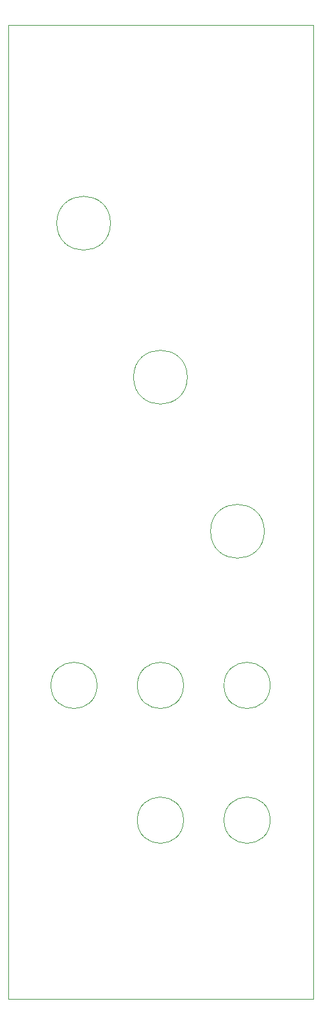
<source format=gm1>
G04 #@! TF.GenerationSoftware,KiCad,Pcbnew,6.0.0-d3dd2cf0fa~116~ubuntu20.04.1*
G04 #@! TF.CreationDate,2022-01-02T10:53:35-05:00*
G04 #@! TF.ProjectId,front_panel,66726f6e-745f-4706-916e-656c2e6b6963,0*
G04 #@! TF.SameCoordinates,Original*
G04 #@! TF.FileFunction,Profile,NP*
%FSLAX46Y46*%
G04 Gerber Fmt 4.6, Leading zero omitted, Abs format (unit mm)*
G04 Created by KiCad (PCBNEW 6.0.0-d3dd2cf0fa~116~ubuntu20.04.1) date 2022-01-02 10:53:35*
%MOMM*%
%LPD*%
G01*
G04 APERTURE LIST*
G04 #@! TA.AperFunction,Profile*
%ADD10C,0.100000*%
G04 #@! TD*
G04 APERTURE END LIST*
D10*
X136390000Y-128265000D02*
G75*
G03*
X136390000Y-128265000I-3050000J0D01*
G01*
X136390000Y-110490000D02*
G75*
G03*
X136390000Y-110490000I-3050000J0D01*
G01*
X153500000Y-23380000D02*
X113200000Y-23380000D01*
X153500000Y-151880000D02*
X153500000Y-23380000D01*
X124965000Y-110490000D02*
G75*
G03*
X124965000Y-110490000I-3050000J0D01*
G01*
X136890000Y-69840000D02*
G75*
G03*
X136890000Y-69840000I-3550000J0D01*
G01*
X113200000Y-23380000D02*
X113200000Y-151880000D01*
X113200000Y-151880000D02*
X153500000Y-151880000D01*
X147840000Y-110490000D02*
G75*
G03*
X147840000Y-110490000I-3050000J0D01*
G01*
X147840000Y-128265000D02*
G75*
G03*
X147840000Y-128265000I-3050000J0D01*
G01*
X126740000Y-49540000D02*
G75*
G03*
X126740000Y-49540000I-3550000J0D01*
G01*
X147065000Y-90165000D02*
G75*
G03*
X147065000Y-90165000I-3550000J0D01*
G01*
M02*

</source>
